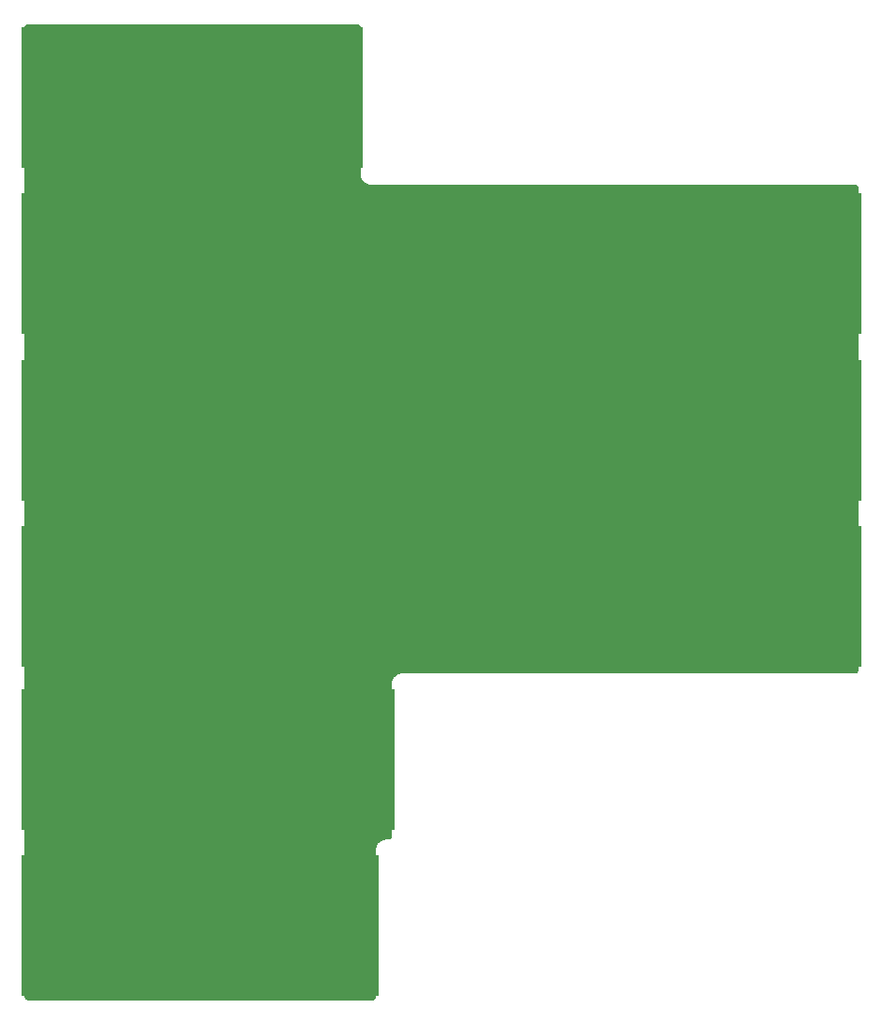
<source format=gbl>
G04 #@! TF.GenerationSoftware,KiCad,Pcbnew,(5.1.7)-1*
G04 #@! TF.CreationDate,2020-12-28T13:52:33+01:00*
G04 #@! TF.ProjectId,6Layers_trl-board,364c6179-6572-4735-9f74-726c2d626f61,0.3*
G04 #@! TF.SameCoordinates,Original*
G04 #@! TF.FileFunction,Copper,L6,Bot*
G04 #@! TF.FilePolarity,Positive*
%FSLAX46Y46*%
G04 Gerber Fmt 4.6, Leading zero omitted, Abs format (unit mm)*
G04 Created by KiCad (PCBNEW (5.1.7)-1) date 2020-12-28 13:52:33*
%MOMM*%
%LPD*%
G01*
G04 APERTURE LIST*
G04 #@! TA.AperFunction,ComponentPad*
%ADD10C,2.800000*%
G04 #@! TD*
G04 #@! TA.AperFunction,SMDPad,CuDef*
%ADD11R,5.100000X12.700000*%
G04 #@! TD*
G04 #@! TA.AperFunction,ViaPad*
%ADD12C,0.600000*%
G04 #@! TD*
G04 #@! TA.AperFunction,ViaPad*
%ADD13C,0.762000*%
G04 #@! TD*
G04 #@! TA.AperFunction,Conductor*
%ADD14C,0.250000*%
G04 #@! TD*
G04 #@! TA.AperFunction,Conductor*
%ADD15C,0.152400*%
G04 #@! TD*
G04 APERTURE END LIST*
D10*
X132840000Y-137345000D03*
X132840000Y-127815000D03*
D11*
X133030000Y-132580000D03*
D10*
X106020000Y-127815000D03*
X106020000Y-137345000D03*
D11*
X105830000Y-132580000D03*
D10*
X134270000Y-122345000D03*
X134270000Y-112815000D03*
D11*
X134460000Y-117580000D03*
D10*
X106020000Y-112815000D03*
X106020000Y-122345000D03*
D11*
X105830000Y-117580000D03*
D10*
X176440000Y-107595000D03*
X176440000Y-98065000D03*
D11*
X176630000Y-102830000D03*
D10*
X106020000Y-98065000D03*
X106020000Y-107595000D03*
D11*
X105830000Y-102830000D03*
D10*
X176440000Y-92595000D03*
X176440000Y-83065000D03*
D11*
X176630000Y-87830000D03*
D10*
X106020000Y-83065000D03*
X106020000Y-92595000D03*
D11*
X105830000Y-87830000D03*
D10*
X176440000Y-77595000D03*
X176440000Y-68065000D03*
D11*
X176630000Y-72830000D03*
D10*
X106020000Y-68065000D03*
X106020000Y-77595000D03*
D11*
X105830000Y-72830000D03*
D10*
X131440000Y-62595000D03*
X131440000Y-53065000D03*
D11*
X131630000Y-57830000D03*
D10*
X106020000Y-53065000D03*
X106020000Y-62595000D03*
D11*
X105830000Y-57830000D03*
D12*
X119430000Y-70590000D03*
X120680000Y-70590000D03*
X121970000Y-70590000D03*
X121980000Y-72900000D03*
X121970000Y-71820000D03*
X163030000Y-70490000D03*
X161780000Y-70490000D03*
X161780000Y-75100000D03*
X160530000Y-75100000D03*
X163030000Y-75100000D03*
D13*
X121500000Y-119400000D03*
D12*
X119450000Y-134480000D03*
X121980000Y-75050000D03*
X120700000Y-75060000D03*
X119450000Y-75060000D03*
D13*
X121660000Y-88620000D03*
X121660000Y-87800000D03*
X121660000Y-86997200D03*
X163090000Y-87840000D03*
D12*
X160530000Y-74090000D03*
X160530000Y-72840000D03*
X160530000Y-71590000D03*
X160530000Y-70490000D03*
X121980000Y-73890000D03*
D13*
X119000000Y-115700000D03*
X121500000Y-115700000D03*
X163080000Y-87050000D03*
X163080000Y-88670000D03*
X120200000Y-115700000D03*
X120200000Y-119400000D03*
X119000000Y-119400000D03*
D14*
X133639958Y-51284771D02*
X133671475Y-51293735D01*
X133700660Y-51308654D01*
X133726385Y-51328953D01*
X133747679Y-51353864D01*
X133763730Y-51382440D01*
X133773925Y-51413586D01*
X133779998Y-51463595D01*
X133780003Y-64742105D01*
X133782622Y-64768694D01*
X133782655Y-64772334D01*
X133783369Y-64778576D01*
X133784565Y-64788421D01*
X133786514Y-64808215D01*
X133787271Y-64810712D01*
X133797958Y-64898713D01*
X133806810Y-64938565D01*
X133815090Y-64978464D01*
X133817003Y-64984449D01*
X133854649Y-65099462D01*
X133871070Y-65136827D01*
X133886943Y-65174363D01*
X133889980Y-65179859D01*
X133889983Y-65179865D01*
X133889987Y-65179870D01*
X133949250Y-65285375D01*
X133972623Y-65318849D01*
X133995480Y-65352579D01*
X133999529Y-65357384D01*
X134078162Y-65449374D01*
X134107568Y-65477648D01*
X134136565Y-65506320D01*
X134141470Y-65510246D01*
X134236475Y-65585211D01*
X134270789Y-65607220D01*
X134304825Y-65629728D01*
X134310400Y-65632627D01*
X134418155Y-65687711D01*
X134456137Y-65702654D01*
X134493851Y-65718103D01*
X134499875Y-65719862D01*
X134499881Y-65719864D01*
X134499887Y-65719865D01*
X134616285Y-65752969D01*
X134656418Y-65760245D01*
X134696439Y-65768080D01*
X134702698Y-65768636D01*
X134819602Y-65778198D01*
X134837895Y-65780000D01*
X178581630Y-65780000D01*
X178639960Y-65784771D01*
X178671477Y-65793735D01*
X178700662Y-65808654D01*
X178726387Y-65828953D01*
X178747681Y-65853864D01*
X178763732Y-65882440D01*
X178773927Y-65913586D01*
X178780000Y-65963594D01*
X178780001Y-109431617D01*
X178775229Y-109489960D01*
X178766265Y-109521477D01*
X178751346Y-109550661D01*
X178731046Y-109576388D01*
X178706135Y-109597682D01*
X178677562Y-109613732D01*
X178646413Y-109623927D01*
X178596406Y-109630000D01*
X137647895Y-109630000D01*
X137621294Y-109632620D01*
X137617667Y-109632653D01*
X137611424Y-109633367D01*
X137601623Y-109634557D01*
X137581785Y-109636511D01*
X137579282Y-109637270D01*
X137491288Y-109647956D01*
X137451450Y-109656805D01*
X137411536Y-109665088D01*
X137405557Y-109666999D01*
X137405553Y-109667000D01*
X137405550Y-109667001D01*
X137405551Y-109667001D01*
X137290537Y-109704647D01*
X137253187Y-109721061D01*
X137215637Y-109736941D01*
X137210141Y-109739978D01*
X137210135Y-109739981D01*
X137210130Y-109739985D01*
X137104626Y-109799248D01*
X137071154Y-109822619D01*
X137037421Y-109845478D01*
X137032616Y-109849527D01*
X136940626Y-109928160D01*
X136912333Y-109957586D01*
X136883681Y-109986563D01*
X136879754Y-109991468D01*
X136804789Y-110086472D01*
X136782747Y-110120837D01*
X136760272Y-110154824D01*
X136757376Y-110160393D01*
X136757373Y-110160397D01*
X136757373Y-110160398D01*
X136702289Y-110268153D01*
X136687346Y-110306135D01*
X136671897Y-110343849D01*
X136670138Y-110349873D01*
X136670136Y-110349879D01*
X136670136Y-110349881D01*
X136637031Y-110466283D01*
X136629755Y-110506416D01*
X136621920Y-110546437D01*
X136621364Y-110552696D01*
X136611797Y-110669660D01*
X136610001Y-110687893D01*
X136610000Y-124431628D01*
X136605229Y-124489958D01*
X136596265Y-124521475D01*
X136581346Y-124550659D01*
X136561046Y-124576386D01*
X136536135Y-124597680D01*
X136507562Y-124613730D01*
X136476413Y-124623925D01*
X136426399Y-124629999D01*
X136217887Y-124630003D01*
X136191301Y-124632622D01*
X136187667Y-124632655D01*
X136181424Y-124633369D01*
X136171583Y-124634564D01*
X136151777Y-124636515D01*
X136149280Y-124637272D01*
X136061288Y-124647958D01*
X136021450Y-124656807D01*
X135981536Y-124665090D01*
X135975557Y-124667001D01*
X135975553Y-124667002D01*
X135975550Y-124667003D01*
X135975551Y-124667003D01*
X135860537Y-124704649D01*
X135823187Y-124721063D01*
X135785637Y-124736943D01*
X135780141Y-124739980D01*
X135780135Y-124739983D01*
X135780130Y-124739987D01*
X135674626Y-124799250D01*
X135641154Y-124822621D01*
X135607421Y-124845480D01*
X135602616Y-124849529D01*
X135510626Y-124928162D01*
X135482333Y-124957588D01*
X135453681Y-124986565D01*
X135449754Y-124991470D01*
X135374789Y-125086474D01*
X135352747Y-125120839D01*
X135330272Y-125154826D01*
X135327376Y-125160395D01*
X135327373Y-125160399D01*
X135327373Y-125160400D01*
X135272289Y-125268155D01*
X135257346Y-125306137D01*
X135241897Y-125343851D01*
X135240138Y-125349875D01*
X135240136Y-125349881D01*
X135240136Y-125349883D01*
X135207031Y-125466285D01*
X135199755Y-125506418D01*
X135191920Y-125546439D01*
X135191364Y-125552698D01*
X135181797Y-125669662D01*
X135180001Y-125687895D01*
X135179999Y-138931629D01*
X135175228Y-138989959D01*
X135166264Y-139021476D01*
X135151345Y-139050660D01*
X135131045Y-139076387D01*
X135106134Y-139097681D01*
X135077561Y-139113731D01*
X135046412Y-139123926D01*
X134996405Y-139129999D01*
X103878385Y-139130001D01*
X103820042Y-139125229D01*
X103788525Y-139116265D01*
X103759341Y-139101346D01*
X103733614Y-139081046D01*
X103712320Y-139056135D01*
X103696270Y-139027562D01*
X103686075Y-138996413D01*
X103680002Y-138946406D01*
X103679999Y-51478383D01*
X103684771Y-51420040D01*
X103693735Y-51388523D01*
X103708654Y-51359338D01*
X103728953Y-51333613D01*
X103753864Y-51312319D01*
X103782440Y-51296268D01*
X103813586Y-51286073D01*
X103863594Y-51280000D01*
X133581628Y-51280000D01*
X133639958Y-51284771D01*
G04 #@! TA.AperFunction,Conductor*
D15*
G36*
X133639958Y-51284771D02*
G01*
X133671475Y-51293735D01*
X133700660Y-51308654D01*
X133726385Y-51328953D01*
X133747679Y-51353864D01*
X133763730Y-51382440D01*
X133773925Y-51413586D01*
X133779998Y-51463595D01*
X133780003Y-64742105D01*
X133782622Y-64768694D01*
X133782655Y-64772334D01*
X133783369Y-64778576D01*
X133784565Y-64788421D01*
X133786514Y-64808215D01*
X133787271Y-64810712D01*
X133797958Y-64898713D01*
X133806810Y-64938565D01*
X133815090Y-64978464D01*
X133817003Y-64984449D01*
X133854649Y-65099462D01*
X133871070Y-65136827D01*
X133886943Y-65174363D01*
X133889980Y-65179859D01*
X133889983Y-65179865D01*
X133889987Y-65179870D01*
X133949250Y-65285375D01*
X133972623Y-65318849D01*
X133995480Y-65352579D01*
X133999529Y-65357384D01*
X134078162Y-65449374D01*
X134107568Y-65477648D01*
X134136565Y-65506320D01*
X134141470Y-65510246D01*
X134236475Y-65585211D01*
X134270789Y-65607220D01*
X134304825Y-65629728D01*
X134310400Y-65632627D01*
X134418155Y-65687711D01*
X134456137Y-65702654D01*
X134493851Y-65718103D01*
X134499875Y-65719862D01*
X134499881Y-65719864D01*
X134499887Y-65719865D01*
X134616285Y-65752969D01*
X134656418Y-65760245D01*
X134696439Y-65768080D01*
X134702698Y-65768636D01*
X134819602Y-65778198D01*
X134837895Y-65780000D01*
X178581630Y-65780000D01*
X178639960Y-65784771D01*
X178671477Y-65793735D01*
X178700662Y-65808654D01*
X178726387Y-65828953D01*
X178747681Y-65853864D01*
X178763732Y-65882440D01*
X178773927Y-65913586D01*
X178780000Y-65963594D01*
X178780001Y-109431617D01*
X178775229Y-109489960D01*
X178766265Y-109521477D01*
X178751346Y-109550661D01*
X178731046Y-109576388D01*
X178706135Y-109597682D01*
X178677562Y-109613732D01*
X178646413Y-109623927D01*
X178596406Y-109630000D01*
X137647895Y-109630000D01*
X137621294Y-109632620D01*
X137617667Y-109632653D01*
X137611424Y-109633367D01*
X137601623Y-109634557D01*
X137581785Y-109636511D01*
X137579282Y-109637270D01*
X137491288Y-109647956D01*
X137451450Y-109656805D01*
X137411536Y-109665088D01*
X137405557Y-109666999D01*
X137405553Y-109667000D01*
X137405550Y-109667001D01*
X137405551Y-109667001D01*
X137290537Y-109704647D01*
X137253187Y-109721061D01*
X137215637Y-109736941D01*
X137210141Y-109739978D01*
X137210135Y-109739981D01*
X137210130Y-109739985D01*
X137104626Y-109799248D01*
X137071154Y-109822619D01*
X137037421Y-109845478D01*
X137032616Y-109849527D01*
X136940626Y-109928160D01*
X136912333Y-109957586D01*
X136883681Y-109986563D01*
X136879754Y-109991468D01*
X136804789Y-110086472D01*
X136782747Y-110120837D01*
X136760272Y-110154824D01*
X136757376Y-110160393D01*
X136757373Y-110160397D01*
X136757373Y-110160398D01*
X136702289Y-110268153D01*
X136687346Y-110306135D01*
X136671897Y-110343849D01*
X136670138Y-110349873D01*
X136670136Y-110349879D01*
X136670136Y-110349881D01*
X136637031Y-110466283D01*
X136629755Y-110506416D01*
X136621920Y-110546437D01*
X136621364Y-110552696D01*
X136611797Y-110669660D01*
X136610001Y-110687893D01*
X136610000Y-124431628D01*
X136605229Y-124489958D01*
X136596265Y-124521475D01*
X136581346Y-124550659D01*
X136561046Y-124576386D01*
X136536135Y-124597680D01*
X136507562Y-124613730D01*
X136476413Y-124623925D01*
X136426399Y-124629999D01*
X136217887Y-124630003D01*
X136191301Y-124632622D01*
X136187667Y-124632655D01*
X136181424Y-124633369D01*
X136171583Y-124634564D01*
X136151777Y-124636515D01*
X136149280Y-124637272D01*
X136061288Y-124647958D01*
X136021450Y-124656807D01*
X135981536Y-124665090D01*
X135975557Y-124667001D01*
X135975553Y-124667002D01*
X135975550Y-124667003D01*
X135975551Y-124667003D01*
X135860537Y-124704649D01*
X135823187Y-124721063D01*
X135785637Y-124736943D01*
X135780141Y-124739980D01*
X135780135Y-124739983D01*
X135780130Y-124739987D01*
X135674626Y-124799250D01*
X135641154Y-124822621D01*
X135607421Y-124845480D01*
X135602616Y-124849529D01*
X135510626Y-124928162D01*
X135482333Y-124957588D01*
X135453681Y-124986565D01*
X135449754Y-124991470D01*
X135374789Y-125086474D01*
X135352747Y-125120839D01*
X135330272Y-125154826D01*
X135327376Y-125160395D01*
X135327373Y-125160399D01*
X135327373Y-125160400D01*
X135272289Y-125268155D01*
X135257346Y-125306137D01*
X135241897Y-125343851D01*
X135240138Y-125349875D01*
X135240136Y-125349881D01*
X135240136Y-125349883D01*
X135207031Y-125466285D01*
X135199755Y-125506418D01*
X135191920Y-125546439D01*
X135191364Y-125552698D01*
X135181797Y-125669662D01*
X135180001Y-125687895D01*
X135179999Y-138931629D01*
X135175228Y-138989959D01*
X135166264Y-139021476D01*
X135151345Y-139050660D01*
X135131045Y-139076387D01*
X135106134Y-139097681D01*
X135077561Y-139113731D01*
X135046412Y-139123926D01*
X134996405Y-139129999D01*
X103878385Y-139130001D01*
X103820042Y-139125229D01*
X103788525Y-139116265D01*
X103759341Y-139101346D01*
X103733614Y-139081046D01*
X103712320Y-139056135D01*
X103696270Y-139027562D01*
X103686075Y-138996413D01*
X103680002Y-138946406D01*
X103679999Y-51478383D01*
X103684771Y-51420040D01*
X103693735Y-51388523D01*
X103708654Y-51359338D01*
X103728953Y-51333613D01*
X103753864Y-51312319D01*
X103782440Y-51296268D01*
X103813586Y-51286073D01*
X103863594Y-51280000D01*
X133581628Y-51280000D01*
X133639958Y-51284771D01*
G37*
G04 #@! TD.AperFunction*
M02*

</source>
